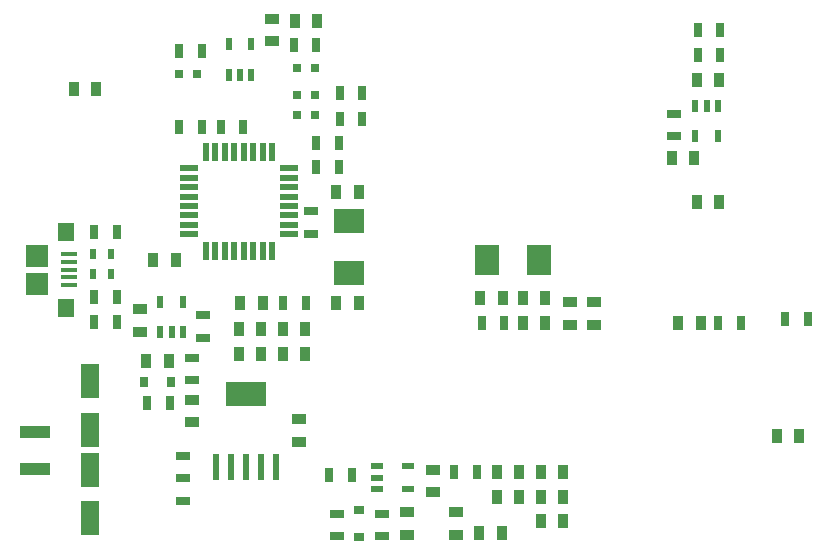
<source format=gtp>
G04 Layer_Color=8421504*
%FSLAX44Y44*%
%MOMM*%
G71*
G01*
G75*
%ADD10R,0.9000X1.3000*%
%ADD11R,1.3000X0.9000*%
%ADD12R,0.6000X0.9000*%
%ADD13R,1.3000X0.7000*%
%ADD14R,0.7000X1.3000*%
%ADD15R,0.5500X1.5000*%
%ADD16R,1.5000X0.5500*%
%ADD17R,2.5000X1.0000*%
%ADD18R,0.6000X1.1000*%
%ADD19R,1.1000X0.6000*%
%ADD21R,1.6000X3.0000*%
%ADD22R,0.8500X0.6500*%
%ADD23R,0.6500X0.8500*%
%ADD24R,0.8000X0.8000*%
%ADD25R,0.6000X2.2000*%
%ADD26R,3.4500X2.1500*%
%ADD27R,1.3500X0.4000*%
%ADD28R,1.4000X1.6000*%
%ADD29R,1.9000X1.9000*%
%ADD30R,2.6000X2.0000*%
%ADD31R,2.0000X2.6000*%
D10*
X196000Y207000D02*
D03*
X215000D02*
D03*
X470500Y86000D02*
D03*
X451500D02*
D03*
X297500Y250000D02*
D03*
X278500D02*
D03*
X297500Y344000D02*
D03*
X278500D02*
D03*
X142500Y286000D02*
D03*
X123500D02*
D03*
X197000Y250000D02*
D03*
X216000D02*
D03*
X196000Y228000D02*
D03*
X215000D02*
D03*
X252000D02*
D03*
X233000D02*
D03*
X602500Y439000D02*
D03*
X583500D02*
D03*
X562500Y373000D02*
D03*
X581500D02*
D03*
X455500Y254000D02*
D03*
X436500D02*
D03*
X400500D02*
D03*
X419500D02*
D03*
X470500Y107000D02*
D03*
X451500D02*
D03*
X414500D02*
D03*
X433500D02*
D03*
X436500Y233000D02*
D03*
X455500D02*
D03*
X568000D02*
D03*
X587000D02*
D03*
X56000Y431000D02*
D03*
X75000D02*
D03*
X117500Y201000D02*
D03*
X136500D02*
D03*
X670500Y137000D02*
D03*
X651500D02*
D03*
X418500Y55000D02*
D03*
X399500D02*
D03*
X470500Y65000D02*
D03*
X451500D02*
D03*
X233000Y207000D02*
D03*
X252000D02*
D03*
X414500Y86000D02*
D03*
X433500D02*
D03*
X262500Y489000D02*
D03*
X243500D02*
D03*
X583500Y335000D02*
D03*
X602500D02*
D03*
D11*
X497000Y250500D02*
D03*
Y231500D02*
D03*
X224000Y490500D02*
D03*
Y471500D02*
D03*
X338000Y53500D02*
D03*
Y72500D02*
D03*
X360000Y89500D02*
D03*
Y108500D02*
D03*
X112000Y225500D02*
D03*
Y244500D02*
D03*
X380000Y72500D02*
D03*
Y53500D02*
D03*
X247000Y132500D02*
D03*
Y151500D02*
D03*
X156000Y168000D02*
D03*
Y149000D02*
D03*
X476000Y250500D02*
D03*
Y231500D02*
D03*
D12*
X87500Y291000D02*
D03*
X72500D02*
D03*
X87500Y274000D02*
D03*
X72500D02*
D03*
D13*
X166000Y239500D02*
D03*
Y220500D02*
D03*
X279000Y52500D02*
D03*
Y71500D02*
D03*
X257000Y308500D02*
D03*
Y327500D02*
D03*
X564000Y410000D02*
D03*
Y391000D02*
D03*
X317000Y52500D02*
D03*
Y71500D02*
D03*
X149000Y101500D02*
D03*
Y82500D02*
D03*
X149000Y120500D02*
D03*
Y101500D02*
D03*
X156000Y184500D02*
D03*
Y203500D02*
D03*
D14*
X621000Y233000D02*
D03*
X602000D02*
D03*
X603500Y481000D02*
D03*
X584500D02*
D03*
X291500Y104000D02*
D03*
X272500D02*
D03*
X137500Y165000D02*
D03*
X118500D02*
D03*
X281500Y406000D02*
D03*
X300500D02*
D03*
X92500Y234000D02*
D03*
X73500D02*
D03*
X281500Y428000D02*
D03*
X300500D02*
D03*
X199500Y399000D02*
D03*
X180500D02*
D03*
X73500Y255000D02*
D03*
X92500D02*
D03*
X73500Y310000D02*
D03*
X92500D02*
D03*
X261500Y468000D02*
D03*
X242500D02*
D03*
X164500Y399000D02*
D03*
X145500D02*
D03*
X233500Y250000D02*
D03*
X252500D02*
D03*
X603500Y460000D02*
D03*
X584500D02*
D03*
X420500Y233000D02*
D03*
X401500D02*
D03*
X397500Y107000D02*
D03*
X378500D02*
D03*
X145500Y463000D02*
D03*
X164500D02*
D03*
X677500Y236000D02*
D03*
X658500D02*
D03*
X261500Y385000D02*
D03*
X280500D02*
D03*
X261500Y365000D02*
D03*
X280500D02*
D03*
D15*
X224000Y294000D02*
D03*
X216000D02*
D03*
X208000D02*
D03*
X200000D02*
D03*
X192000D02*
D03*
X184000D02*
D03*
X176000D02*
D03*
X168000D02*
D03*
Y378000D02*
D03*
X176000D02*
D03*
X184000D02*
D03*
X192000D02*
D03*
X200000D02*
D03*
X208000D02*
D03*
X216000D02*
D03*
X224000D02*
D03*
D16*
X154000Y308000D02*
D03*
Y316000D02*
D03*
Y324000D02*
D03*
Y332000D02*
D03*
Y340000D02*
D03*
Y348000D02*
D03*
Y356000D02*
D03*
Y364000D02*
D03*
X238000D02*
D03*
Y356000D02*
D03*
Y348000D02*
D03*
Y340000D02*
D03*
Y332000D02*
D03*
Y324000D02*
D03*
Y316000D02*
D03*
Y308000D02*
D03*
D17*
X23000Y109500D02*
D03*
Y140500D02*
D03*
D18*
X187500Y443000D02*
D03*
X197000D02*
D03*
X206500D02*
D03*
X187500Y469000D02*
D03*
X206500D02*
D03*
X601500Y417000D02*
D03*
X592000D02*
D03*
X582500D02*
D03*
X601500Y391000D02*
D03*
X582500D02*
D03*
X129500Y225000D02*
D03*
X139000D02*
D03*
X148500D02*
D03*
X129500Y251000D02*
D03*
X148500D02*
D03*
D19*
X313000Y111500D02*
D03*
Y102000D02*
D03*
Y92500D02*
D03*
X339000Y111500D02*
D03*
Y92500D02*
D03*
D21*
X70000Y67500D02*
D03*
Y108500D02*
D03*
Y183500D02*
D03*
Y142500D02*
D03*
D22*
X298000Y51750D02*
D03*
Y74250D02*
D03*
D23*
X138500Y183000D02*
D03*
X116000D02*
D03*
D24*
X160500Y444000D02*
D03*
X145500D02*
D03*
X260500Y409000D02*
D03*
X245500D02*
D03*
X260500Y426000D02*
D03*
X245500D02*
D03*
X260500Y449000D02*
D03*
X245500D02*
D03*
D25*
X176600Y111000D02*
D03*
X189300D02*
D03*
X202000D02*
D03*
X214700D02*
D03*
X227400D02*
D03*
D26*
X202000Y173000D02*
D03*
D27*
X52000Y291000D02*
D03*
Y284500D02*
D03*
Y278000D02*
D03*
Y271500D02*
D03*
Y265000D02*
D03*
D28*
X49750Y246000D02*
D03*
Y310000D02*
D03*
D29*
X25250Y290000D02*
D03*
Y266000D02*
D03*
D30*
X289000Y275000D02*
D03*
Y319000D02*
D03*
D31*
X450000Y286000D02*
D03*
X406000D02*
D03*
M02*

</source>
